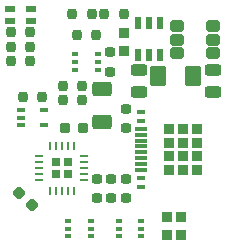
<source format=gbr>
%TF.GenerationSoftware,KiCad,Pcbnew,(6.0.2-0)*%
%TF.CreationDate,2022-02-22T20:18:55+00:00*%
%TF.ProjectId,LowPower,4c6f7750-6f77-4657-922e-6b696361645f,6*%
%TF.SameCoordinates,Original*%
%TF.FileFunction,Paste,Top*%
%TF.FilePolarity,Positive*%
%FSLAX46Y46*%
G04 Gerber Fmt 4.6, Leading zero omitted, Abs format (unit mm)*
G04 Created by KiCad (PCBNEW (6.0.2-0)) date 2022-02-22 20:18:55*
%MOMM*%
%LPD*%
G01*
G04 APERTURE LIST*
G04 Aperture macros list*
%AMRoundRect*
0 Rectangle with rounded corners*
0 $1 Rounding radius*
0 $2 $3 $4 $5 $6 $7 $8 $9 X,Y pos of 4 corners*
0 Add a 4 corners polygon primitive as box body*
4,1,4,$2,$3,$4,$5,$6,$7,$8,$9,$2,$3,0*
0 Add four circle primitives for the rounded corners*
1,1,$1+$1,$2,$3*
1,1,$1+$1,$4,$5*
1,1,$1+$1,$6,$7*
1,1,$1+$1,$8,$9*
0 Add four rect primitives between the rounded corners*
20,1,$1+$1,$2,$3,$4,$5,0*
20,1,$1+$1,$4,$5,$6,$7,0*
20,1,$1+$1,$6,$7,$8,$9,0*
20,1,$1+$1,$8,$9,$2,$3,0*%
G04 Aperture macros list end*
%ADD10RoundRect,0.057500X0.278500X-0.062500X0.278500X0.062500X-0.278500X0.062500X-0.278500X-0.062500X0*%
%ADD11RoundRect,0.048500X0.071500X-0.287500X0.071500X0.287500X-0.071500X0.287500X-0.071500X-0.287500X0*%
%ADD12RoundRect,0.186000X0.189000X-0.189000X0.189000X0.189000X-0.189000X0.189000X-0.189000X-0.189000X0*%
%ADD13RoundRect,0.232500X0.232500X-0.232500X0.232500X0.232500X-0.232500X0.232500X-0.232500X-0.232500X0*%
%ADD14R,0.798000X0.420000*%
%ADD15RoundRect,0.069000X0.478200X-0.075000X0.478200X0.075000X-0.478200X0.075000X-0.478200X-0.075000X0*%
%ADD16RoundRect,0.184000X0.200000X0.272000X-0.200000X0.272000X-0.200000X-0.272000X0.200000X-0.272000X0*%
%ADD17RoundRect,0.184000X-0.200000X-0.272000X0.200000X-0.272000X0.200000X0.272000X-0.200000X0.272000X0*%
%ADD18R,0.768000X0.384000*%
%ADD19RoundRect,0.225000X-0.615000X0.375000X-0.615000X-0.375000X0.615000X-0.375000X0.615000X0.375000X0*%
%ADD20RoundRect,0.184000X-0.272000X0.200000X-0.272000X-0.200000X0.272000X-0.200000X0.272000X0.200000X0*%
%ADD21R,0.624000X0.384000*%
%ADD22RoundRect,0.207000X-0.335169X-0.016971X-0.016971X-0.335169X0.335169X0.016971X0.016971X0.335169X0*%
%ADD23RoundRect,0.184000X0.272000X-0.200000X0.272000X0.200000X-0.272000X0.200000X-0.272000X-0.200000X0*%
%ADD24R,0.816000X0.480000*%
%ADD25RoundRect,0.207000X-0.225000X-0.249000X0.225000X-0.249000X0.225000X0.249000X-0.225000X0.249000X0*%
%ADD26RoundRect,0.207000X-0.249000X0.225000X-0.249000X-0.225000X0.249000X-0.225000X0.249000X0.225000X0*%
%ADD27RoundRect,0.250000X-0.350000X-0.250000X0.350000X-0.250000X0.350000X0.250000X-0.350000X0.250000X0*%
%ADD28R,0.576000X1.056000*%
%ADD29RoundRect,0.207000X0.249000X-0.225000X0.249000X0.225000X-0.249000X0.225000X-0.249000X-0.225000X0*%
%ADD30RoundRect,0.220875X-0.463125X-0.619125X0.463125X-0.619125X0.463125X0.619125X-0.463125X0.619125X0*%
%ADD31RoundRect,0.230000X-0.466000X0.250000X-0.466000X-0.250000X0.466000X-0.250000X0.466000X0.250000X0*%
G04 APERTURE END LIST*
D10*
%TO.C,U2*%
X120330000Y-113700000D03*
X120330000Y-113200000D03*
X120330000Y-112700000D03*
X120330000Y-112200000D03*
X120330000Y-111700000D03*
D11*
X121230000Y-110800000D03*
X121730000Y-110800000D03*
X122230000Y-110800000D03*
X122730000Y-110800000D03*
X123230000Y-110800000D03*
D10*
X124130000Y-111700000D03*
X124130000Y-112200000D03*
X124130000Y-112700000D03*
X124130000Y-113200000D03*
X124130000Y-113700000D03*
D11*
X123230000Y-114600000D03*
X122730000Y-114600000D03*
X122230000Y-114600000D03*
X121730000Y-114600000D03*
X121230000Y-114600000D03*
D12*
X121730000Y-112200000D03*
X121730000Y-113200000D03*
X122730000Y-113200000D03*
X122730000Y-112200000D03*
%TD*%
D13*
%TO.C,J2*%
X131340000Y-112835000D03*
X133640000Y-110535000D03*
X131340000Y-111685000D03*
X131340000Y-110535000D03*
X133640000Y-112835000D03*
X132490000Y-110535000D03*
X131340000Y-109385000D03*
X133640000Y-111685000D03*
X133640000Y-109385000D03*
X132490000Y-112835000D03*
X132490000Y-109385000D03*
X132490000Y-111685000D03*
D14*
X128915000Y-114300000D03*
X128915000Y-113500000D03*
D15*
X128915000Y-112350000D03*
X128915000Y-111350000D03*
X128915000Y-110850000D03*
X128915000Y-109850000D03*
D14*
X128915000Y-107900000D03*
X128915000Y-108700000D03*
D15*
X128915000Y-109350000D03*
X128915000Y-110350000D03*
X128915000Y-111850000D03*
X128915000Y-112850000D03*
%TD*%
D16*
%TO.C,R1*%
X120555000Y-106700000D03*
X118905000Y-106700000D03*
%TD*%
D17*
%TO.C,R10*%
X117905000Y-102400000D03*
X119555000Y-102400000D03*
%TD*%
%TO.C,R19*%
X122305000Y-105700000D03*
X123955000Y-105700000D03*
%TD*%
D16*
%TO.C,R20*%
X123955000Y-106900000D03*
X122305000Y-106900000D03*
%TD*%
D18*
%TO.C,Q1*%
X118780000Y-107750000D03*
X118780000Y-108400000D03*
X118780000Y-109050000D03*
X120680000Y-109050000D03*
X120680000Y-107750000D03*
%TD*%
D19*
%TO.C,D2*%
X125630000Y-106000000D03*
X125630000Y-108800000D03*
%TD*%
D17*
%TO.C,R15*%
X123505000Y-101400000D03*
X125155000Y-101400000D03*
%TD*%
D20*
%TO.C,R18*%
X126330000Y-102875000D03*
X126330000Y-104525000D03*
%TD*%
D21*
%TO.C,U3*%
X123380000Y-103050000D03*
X123380000Y-103700000D03*
X123380000Y-104350000D03*
X125280000Y-104350000D03*
X125280000Y-103700000D03*
X125280000Y-103050000D03*
%TD*%
D22*
%TO.C,C2*%
X118581992Y-114751992D03*
X119678008Y-115848008D03*
%TD*%
D20*
%TO.C,R12*%
X127630000Y-107675000D03*
X127630000Y-109325000D03*
%TD*%
D21*
%TO.C,D4*%
X122780000Y-117150000D03*
X122780000Y-117800000D03*
X122780000Y-118450000D03*
X124680000Y-118450000D03*
X124680000Y-117800000D03*
X124680000Y-117150000D03*
%TD*%
%TO.C,D3*%
X127030000Y-117150000D03*
X127030000Y-117800000D03*
X127030000Y-118450000D03*
X128930000Y-118450000D03*
X128930000Y-117800000D03*
X128930000Y-117150000D03*
%TD*%
D20*
%TO.C,R11*%
X127630000Y-113575000D03*
X127630000Y-115225000D03*
%TD*%
D23*
%TO.C,R13*%
X126430000Y-115225000D03*
X126430000Y-113575000D03*
%TD*%
D20*
%TO.C,R14*%
X125230000Y-113575000D03*
X125230000Y-115225000D03*
%TD*%
D24*
%TO.C,D1*%
X119605000Y-100200000D03*
X117855000Y-100200000D03*
X117855000Y-99200000D03*
X119605000Y-99200000D03*
%TD*%
D17*
%TO.C,R8*%
X117905000Y-101200000D03*
X119555000Y-101200000D03*
%TD*%
%TO.C,R9*%
X117905000Y-103600000D03*
X119555000Y-103600000D03*
%TD*%
D25*
%TO.C,C5*%
X122455000Y-109300000D03*
X124005000Y-109300000D03*
%TD*%
D26*
%TO.C,C3*%
X132330000Y-116800000D03*
X132330000Y-118350000D03*
%TD*%
%TO.C,C4*%
X131130000Y-116800000D03*
X131130000Y-118350000D03*
%TD*%
D17*
%TO.C,R17*%
X123105000Y-99600000D03*
X124755000Y-99600000D03*
%TD*%
D16*
%TO.C,R16*%
X127455000Y-99600000D03*
X125805000Y-99600000D03*
%TD*%
D27*
%TO.C,U4*%
X131990000Y-100650000D03*
X134990000Y-102950000D03*
D28*
X130540000Y-100400000D03*
D29*
X127490000Y-101225000D03*
D27*
X131990000Y-101800000D03*
D30*
X130387500Y-104920000D03*
D28*
X130540000Y-103100000D03*
D27*
X134990000Y-101800000D03*
X131990000Y-102950000D03*
D29*
X127490000Y-102775000D03*
D27*
X134990000Y-100650000D03*
D28*
X128640000Y-103100000D03*
D31*
X128740000Y-104350000D03*
D28*
X129590000Y-103100000D03*
D30*
X133352500Y-104920000D03*
D31*
X128740000Y-106250000D03*
D28*
X129590000Y-100400000D03*
D31*
X134990000Y-106250000D03*
X134990000Y-104350000D03*
D28*
X128640000Y-100400000D03*
%TD*%
M02*

</source>
